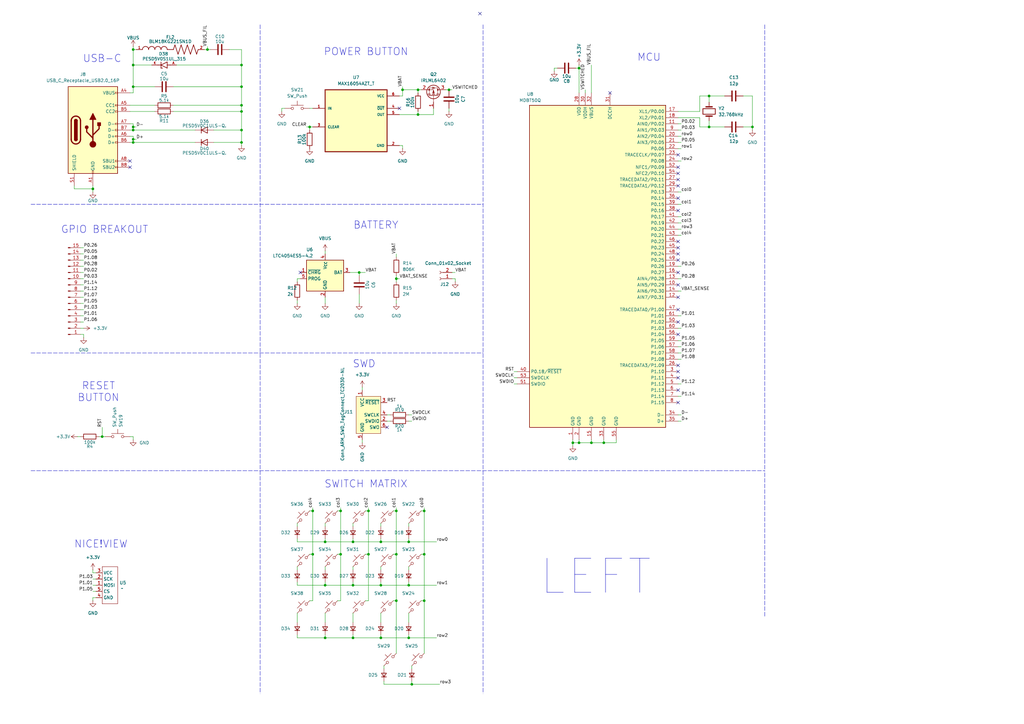
<source format=kicad_sch>
(kicad_sch (version 20231120) (generator "eeschema") (generator_version "8.0")
  (paper "A3")
  (junction (at 156.21 240.03))
  (junction (at 162.56 227.33))
  (junction (at 167.64 261.62))
  (junction (at 99.06 45.72))
  (junction (at 99.06 26.67))
  (junction (at 99.06 53.34))
  (junction (at 162.56 209.55))
  (junction (at 133.35 240.03))
  (junction (at 184.15 36.83))
  (junction (at 38.1 77.47))
  (junction (at 237.49 27.94))
  (junction (at 144.78 240.03))
  (junction (at 290.83 52.07))
  (junction (at 242.57 181.61))
  (junction (at 54.61 52.07))
  (junction (at 133.35 261.62))
  (junction (at 54.61 58.42))
  (junction (at 144.78 261.62))
  (junction (at 139.7 227.33))
  (junction (at 151.13 227.33))
  (junction (at 165.1 36.83))
  (junction (at 234.95 181.61))
  (junction (at 167.64 240.03))
  (junction (at 156.21 222.25))
  (junction (at 156.21 261.62))
  (junction (at 127 52.07))
  (junction (at 54.61 35.56))
  (junction (at 162.56 246.38))
  (junction (at 173.99 227.33))
  (junction (at 133.35 222.25))
  (junction (at 99.06 35.56))
  (junction (at 171.45 36.83))
  (junction (at 171.45 46.99))
  (junction (at 162.56 114.3))
  (junction (at 54.61 20.32))
  (junction (at 139.7 209.55))
  (junction (at 54.61 53.34))
  (junction (at 54.61 26.67))
  (junction (at 54.61 57.15))
  (junction (at 151.13 209.55))
  (junction (at 247.65 181.61))
  (junction (at 290.83 39.37))
  (junction (at 99.06 58.42))
  (junction (at 99.06 43.18))
  (junction (at 173.99 209.55))
  (junction (at 237.49 181.61))
  (junction (at 128.27 209.55))
  (junction (at 147.32 111.76))
  (junction (at 144.78 222.25))
  (junction (at 85.09 20.32))
  (junction (at 173.99 246.38))
  (junction (at 168.91 280.67))
  (junction (at 128.27 227.33))
  (junction (at 308.61 52.07))
  (junction (at 167.64 222.25))
  (junction (at 41.91 179.07))
  (no_connect (at 278.13 137.16))
  (no_connect (at 250.19 38.1))
  (no_connect (at 278.13 154.94))
  (no_connect (at 278.13 81.28))
  (no_connect (at 278.13 101.6))
  (no_connect (at 278.13 106.68))
  (no_connect (at 196.85 5.588))
  (no_connect (at 278.13 71.12))
  (no_connect (at 278.13 63.5))
  (no_connect (at 278.13 76.2))
  (no_connect (at 278.13 68.58))
  (no_connect (at 53.34 68.58))
  (no_connect (at 278.13 86.36))
  (no_connect (at 123.19 111.76))
  (no_connect (at 278.13 121.92))
  (no_connect (at 278.13 116.84))
  (no_connect (at 278.13 160.02))
  (no_connect (at 278.13 127))
  (no_connect (at 278.13 152.4))
  (no_connect (at 278.13 132.08))
  (no_connect (at 278.13 111.76))
  (no_connect (at 278.13 149.86))
  (no_connect (at 278.13 104.14))
  (no_connect (at 278.13 165.1))
  (no_connect (at 53.34 66.04))
  (no_connect (at 278.13 99.06))
  (no_connect (at 158.75 175.26))
  (no_connect (at 163.83 44.45))
  (no_connect (at 278.13 73.66))
  (wire (pts (xy 40.64 179.07) (xy 41.91 179.07)))
  (wire (pts (xy 234.95 181.61) (xy 234.95 182.88)))
  (wire (pts (xy 54.61 20.32) (xy 55.88 20.32)))
  (wire (pts (xy 287.02 52.07) (xy 290.83 52.07)))
  (wire (pts (xy 72.39 26.67) (xy 99.06 26.67)))
  (wire (pts (xy 144.78 220.98) (xy 144.78 222.25)))
  (wire (pts (xy 167.64 172.72) (xy 168.91 172.72)))
  (wire (pts (xy 127 52.07) (xy 128.27 52.07)))
  (wire (pts (xy 172.72 246.38) (xy 173.99 246.38)))
  (wire (pts (xy 186.69 114.3) (xy 186.69 115.57)))
  (wire (pts (xy 168.91 273.05) (xy 168.91 274.32)))
  (wire (pts (xy 210.82 152.4) (xy 212.09 152.4)))
  (wire (pts (xy 149.86 227.33) (xy 151.13 227.33)))
  (wire (pts (xy 138.43 209.55) (xy 139.7 209.55)))
  (wire (pts (xy 133.35 232.41) (xy 133.35 233.68)))
  (wire (pts (xy 85.09 19.05) (xy 85.09 20.32)))
  (wire (pts (xy 304.8 52.07) (xy 308.61 52.07)))
  (wire (pts (xy 167.64 260.35) (xy 167.64 261.62)))
  (wire (pts (xy 167.64 232.41) (xy 167.64 233.68)))
  (wire (pts (xy 54.61 35.56) (xy 54.61 38.1)))
  (wire (pts (xy 54.61 52.07) (xy 55.88 52.07)))
  (wire (pts (xy 184.15 44.45) (xy 184.15 45.72)))
  (polyline (pts (xy 313.69 193.04) (xy 313.69 193.04)) (stroke (width 0) (type dash)))
  (wire (pts (xy 144.78 222.25) (xy 133.35 222.25)))
  (wire (pts (xy 133.35 121.92) (xy 133.35 124.46)))
  (wire (pts (xy 133.35 220.98) (xy 133.35 222.25)))
  (wire (pts (xy 151.13 209.55) (xy 151.13 227.33)))
  (wire (pts (xy 279.4 134.62) (xy 278.13 134.62)))
  (wire (pts (xy 237.49 26.67) (xy 237.49 27.94)))
  (wire (pts (xy 297.18 39.37) (xy 290.83 39.37)))
  (wire (pts (xy 278.13 109.22) (xy 279.4 109.22)))
  (wire (pts (xy 147.32 111.76) (xy 147.32 113.03)))
  (wire (pts (xy 156.21 251.46) (xy 156.21 255.27)))
  (wire (pts (xy 158.75 172.72) (xy 160.02 172.72)))
  (wire (pts (xy 161.29 246.38) (xy 162.56 246.38)))
  (wire (pts (xy 123.19 114.3) (xy 121.92 114.3)))
  (wire (pts (xy 121.92 123.19) (xy 121.92 124.46)))
  (wire (pts (xy 121.92 214.63) (xy 121.92 215.9)))
  (wire (pts (xy 179.07 240.03) (xy 167.64 240.03)))
  (wire (pts (xy 308.61 39.37) (xy 308.61 52.07)))
  (wire (pts (xy 54.61 38.1) (xy 53.34 38.1)))
  (wire (pts (xy 156.21 260.35) (xy 156.21 261.62)))
  (wire (pts (xy 279.4 91.44) (xy 278.13 91.44)))
  (wire (pts (xy 290.83 39.37) (xy 290.83 41.91)))
  (wire (pts (xy 167.64 214.63) (xy 167.64 215.9)))
  (wire (pts (xy 184.15 36.83) (xy 182.88 36.83)))
  (wire (pts (xy 121.92 251.46) (xy 121.92 255.27)))
  (wire (pts (xy 54.61 19.05) (xy 54.61 20.32)))
  (wire (pts (xy 185.42 36.83) (xy 184.15 36.83)))
  (wire (pts (xy 279.4 55.88) (xy 278.13 55.88)))
  (wire (pts (xy 179.07 222.25) (xy 167.64 222.25)))
  (wire (pts (xy 83.82 20.32) (xy 85.09 20.32)))
  (wire (pts (xy 85.09 20.32) (xy 86.36 20.32)))
  (wire (pts (xy 278.13 48.26) (xy 287.02 48.26)))
  (wire (pts (xy 144.78 238.76) (xy 144.78 240.03)))
  (wire (pts (xy 38.1 237.49) (xy 39.37 237.49)))
  (wire (pts (xy 71.12 45.72) (xy 99.06 45.72)))
  (wire (pts (xy 87.63 58.42) (xy 99.06 58.42)))
  (wire (pts (xy 133.35 214.63) (xy 133.35 215.9)))
  (wire (pts (xy 210.82 157.48) (xy 212.09 157.48)))
  (wire (pts (xy 53.34 179.07) (xy 54.61 179.07)))
  (wire (pts (xy 167.64 261.62) (xy 179.07 261.62)))
  (wire (pts (xy 297.18 52.07) (xy 290.83 52.07)))
  (wire (pts (xy 279.4 172.72) (xy 278.13 172.72)))
  (wire (pts (xy 234.95 180.34) (xy 234.95 181.61)))
  (wire (pts (xy 287.02 39.37) (xy 287.02 45.72)))
  (wire (pts (xy 173.99 227.33) (xy 173.99 246.38)))
  (polyline (pts (xy 198.12 10.16) (xy 198.12 284.48)) (stroke (width 0) (type dash)))
  (wire (pts (xy 121.92 261.62) (xy 133.35 261.62)))
  (wire (pts (xy 279.4 142.24) (xy 278.13 142.24)))
  (wire (pts (xy 172.72 36.83) (xy 171.45 36.83)))
  (wire (pts (xy 156.21 214.63) (xy 156.21 215.9)))
  (wire (pts (xy 210.82 154.94) (xy 212.09 154.94)))
  (wire (pts (xy 99.06 58.42) (xy 99.06 59.69)))
  (wire (pts (xy 128.27 209.55) (xy 128.27 227.33)))
  (wire (pts (xy 53.34 45.72) (xy 63.5 45.72)))
  (wire (pts (xy 34.29 132.08) (xy 33.02 132.08)))
  (wire (pts (xy 162.56 113.03) (xy 162.56 114.3)))
  (wire (pts (xy 252.73 181.61) (xy 252.73 180.34)))
  (wire (pts (xy 279.4 139.7) (xy 278.13 139.7)))
  (wire (pts (xy 38.1 242.57) (xy 39.37 242.57)))
  (wire (pts (xy 171.45 45.72) (xy 171.45 46.99)))
  (wire (pts (xy 143.51 111.76) (xy 147.32 111.76)))
  (wire (pts (xy 54.61 52.07) (xy 54.61 53.34)))
  (wire (pts (xy 173.99 209.55) (xy 173.99 227.33)))
  (wire (pts (xy 121.92 238.76) (xy 121.92 240.03)))
  (wire (pts (xy 55.88 57.15) (xy 54.61 57.15)))
  (wire (pts (xy 33.02 179.07) (xy 31.75 179.07)))
  (wire (pts (xy 304.8 39.37) (xy 308.61 39.37)))
  (wire (pts (xy 161.29 209.55) (xy 162.56 209.55)))
  (wire (pts (xy 167.64 222.25) (xy 156.21 222.25)))
  (wire (pts (xy 162.56 209.55) (xy 162.56 227.33)))
  (wire (pts (xy 165.1 59.69) (xy 165.1 60.96)))
  (wire (pts (xy 54.61 35.56) (xy 63.5 35.56)))
  (wire (pts (xy 279.4 60.96) (xy 278.13 60.96)))
  (wire (pts (xy 278.13 50.8) (xy 279.4 50.8)))
  (wire (pts (xy 30.48 76.2) (xy 30.48 77.47)))
  (wire (pts (xy 38.1 233.68) (xy 38.1 234.95)))
  (wire (pts (xy 139.7 209.55) (xy 139.7 227.33)))
  (wire (pts (xy 287.02 39.37) (xy 290.83 39.37)))
  (wire (pts (xy 162.56 114.3) (xy 162.56 115.57)))
  (wire (pts (xy 127 44.45) (xy 128.27 44.45)))
  (polyline (pts (xy 12.7 83.82) (xy 198.12 83.82)) (stroke (width 0) (type dash)))
  (wire (pts (xy 158.75 170.18) (xy 160.02 170.18)))
  (wire (pts (xy 279.4 83.82) (xy 278.13 83.82)))
  (wire (pts (xy 138.43 246.38) (xy 139.7 246.38)))
  (wire (pts (xy 54.61 53.34) (xy 53.34 53.34)))
  (wire (pts (xy 163.83 46.99) (xy 171.45 46.99)))
  (wire (pts (xy 144.78 261.62) (xy 156.21 261.62)))
  (wire (pts (xy 127 246.38) (xy 128.27 246.38)))
  (wire (pts (xy 148.59 158.75) (xy 148.59 160.02)))
  (polyline (pts (xy 12.7 144.78) (xy 198.12 144.78)) (stroke (width 0) (type dash)))
  (wire (pts (xy 54.61 55.88) (xy 54.61 57.15)))
  (wire (pts (xy 279.4 58.42) (xy 278.13 58.42)))
  (wire (pts (xy 165.1 36.83) (xy 171.45 36.83)))
  (wire (pts (xy 279.4 66.04) (xy 278.13 66.04)))
  (wire (pts (xy 149.86 209.55) (xy 151.13 209.55)))
  (polyline (pts (xy 313.69 10.16) (xy 313.69 193.04)) (stroke (width 0) (type dash)))
  (wire (pts (xy 240.03 36.83) (xy 240.03 38.1)))
  (wire (pts (xy 308.61 52.07) (xy 308.61 53.34)))
  (wire (pts (xy 186.69 114.3) (xy 185.42 114.3)))
  (wire (pts (xy 99.06 20.32) (xy 99.06 26.67)))
  (wire (pts (xy 144.78 240.03) (xy 133.35 240.03)))
  (wire (pts (xy 162.56 208.28) (xy 162.56 209.55)))
  (wire (pts (xy 33.02 137.16) (xy 34.29 137.16)))
  (wire (pts (xy 171.45 46.99) (xy 177.8 46.99)))
  (wire (pts (xy 242.57 181.61) (xy 247.65 181.61)))
  (wire (pts (xy 138.43 227.33) (xy 139.7 227.33)))
  (wire (pts (xy 149.86 111.76) (xy 147.32 111.76)))
  (wire (pts (xy 34.29 101.6) (xy 33.02 101.6)))
  (wire (pts (xy 279.4 162.56) (xy 278.13 162.56)))
  (wire (pts (xy 34.29 137.16) (xy 34.29 138.43)))
  (wire (pts (xy 34.29 127) (xy 33.02 127)))
  (wire (pts (xy 177.8 46.99) (xy 177.8 44.45)))
  (wire (pts (xy 133.35 260.35) (xy 133.35 261.62)))
  (wire (pts (xy 247.65 181.61) (xy 252.73 181.61)))
  (wire (pts (xy 278.13 53.34) (xy 279.4 53.34)))
  (wire (pts (xy 99.06 26.67) (xy 99.06 35.56)))
  (wire (pts (xy 71.12 35.56) (xy 99.06 35.56)))
  (wire (pts (xy 127 53.34) (xy 127 52.07)))
  (wire (pts (xy 161.29 227.33) (xy 162.56 227.33)))
  (wire (pts (xy 165.1 39.37) (xy 165.1 36.83)))
  (wire (pts (xy 54.61 50.8) (xy 54.61 52.07)))
  (wire (pts (xy 290.83 52.07) (xy 290.83 49.53)))
  (wire (pts (xy 227.33 27.94) (xy 227.33 29.21)))
  (wire (pts (xy 38.1 77.47) (xy 38.1 78.74)))
  (wire (pts (xy 168.91 280.67) (xy 157.48 280.67)))
  (wire (pts (xy 127 209.55) (xy 128.27 209.55)))
  (wire (pts (xy 242.57 180.34) (xy 242.57 181.61)))
  (wire (pts (xy 54.61 53.34) (xy 80.01 53.34)))
  (wire (pts (xy 186.69 111.76) (xy 185.42 111.76)))
  (wire (pts (xy 156.21 222.25) (xy 144.78 222.25)))
  (wire (pts (xy 38.1 245.11) (xy 39.37 245.11)))
  (wire (pts (xy 278.13 114.3) (xy 279.4 114.3)))
  (wire (pts (xy 147.32 120.65) (xy 147.32 124.46)))
  (wire (pts (xy 165.1 35.56) (xy 165.1 36.83)))
  (polyline (pts (xy 106.68 10.16) (xy 106.68 284.48)) (stroke (width 0) (type dash)))
  (wire (pts (xy 128.27 208.28) (xy 128.27 209.55)))
  (wire (pts (xy 156.21 261.62) (xy 167.64 261.62)))
  (wire (pts (xy 236.22 27.94) (xy 237.49 27.94)))
  (wire (pts (xy 139.7 208.28) (xy 139.7 209.55)))
  (wire (pts (xy 34.29 129.54) (xy 33.02 129.54)))
  (wire (pts (xy 34.29 114.3) (xy 33.02 114.3)))
  (wire (pts (xy 167.64 240.03) (xy 156.21 240.03)))
  (wire (pts (xy 279.4 88.9) (xy 278.13 88.9)))
  (wire (pts (xy 54.61 26.67) (xy 62.23 26.67)))
  (wire (pts (xy 279.4 170.18) (xy 278.13 170.18)))
  (wire (pts (xy 144.78 251.46) (xy 144.78 255.27)))
  (wire (pts (xy 167.64 238.76) (xy 167.64 240.03)))
  (wire (pts (xy 133.35 251.46) (xy 133.35 255.27)))
  (wire (pts (xy 54.61 26.67) (xy 54.61 35.56)))
  (wire (pts (xy 279.4 119.38) (xy 278.13 119.38)))
  (wire (pts (xy 34.29 104.14) (xy 33.02 104.14)))
  (wire (pts (xy 278.13 147.32) (xy 279.4 147.32)))
  (wire (pts (xy 41.91 179.07) (xy 43.18 179.07)))
  (wire (pts (xy 151.13 208.28) (xy 151.13 209.55)))
  (wire (pts (xy 172.72 227.33) (xy 173.99 227.33)))
  (wire (pts (xy 237.49 27.94) (xy 237.49 38.1)))
  (wire (pts (xy 144.78 232.41) (xy 144.78 233.68)))
  (wire (pts (xy 38.1 240.03) (xy 39.37 240.03)))
  (wire (pts (xy 278.13 45.72) (xy 287.02 45.72)))
  (wire (pts (xy 279.4 96.52) (xy 278.13 96.52)))
  (wire (pts (xy 279.4 144.78) (xy 278.13 144.78)))
  (wire (pts (xy 180.34 280.67) (xy 168.91 280.67)))
  (polyline (pts (xy 294.64 193.04) (xy 313.69 193.04)) (stroke (width 0) (type dash)))
  (wire (pts (xy 156.21 238.76) (xy 156.21 240.03)))
  (wire (pts (xy 163.83 59.69) (xy 165.1 59.69)))
  (wire (pts (xy 157.48 273.05) (xy 157.48 274.32)))
  (wire (pts (xy 167.64 170.18) (xy 168.91 170.18)))
  (wire (pts (xy 157.48 279.4) (xy 157.48 280.67)))
  (wire (pts (xy 165.1 39.37) (xy 163.83 39.37)))
  (wire (pts (xy 99.06 45.72) (xy 99.06 53.34)))
  (wire (pts (xy 162.56 227.33) (xy 162.56 246.38)))
  (wire (pts (xy 34.29 109.22) (xy 33.02 109.22)))
  (wire (pts (xy 133.35 261.62) (xy 144.78 261.62)))
  (wire (pts (xy 162.56 246.38) (xy 162.56 267.97)))
  (wire (pts (xy 162.56 104.14) (xy 162.56 105.41)))
  (wire (pts (xy 148.59 180.34) (xy 148.59 181.61)))
  (wire (pts (xy 247.65 180.34) (xy 247.65 181.61)))
  (wire (pts (xy 30.48 77.47) (xy 38.1 77.47)))
  (wire (pts (xy 33.02 134.62) (xy 34.29 134.62)))
  (wire (pts (xy 234.95 181.61) (xy 237.49 181.61)))
  (wire (pts (xy 116.84 44.45) (xy 115.57 44.45)))
  (wire (pts (xy 38.1 245.11) (xy 38.1 246.38)))
  (wire (pts (xy 99.06 43.18) (xy 99.06 45.72)))
  (wire (pts (xy 287.02 48.26) (xy 287.02 52.07)))
  (wire (pts (xy 38.1 234.95) (xy 39.37 234.95)))
  (wire (pts (xy 133.35 102.87) (xy 133.35 104.14)))
  (wire (pts (xy 133.35 238.76) (xy 133.35 240.03)))
  (wire (pts (xy 173.99 246.38) (xy 173.99 267.97)))
  (wire (pts (xy 133.35 222.25) (xy 121.92 222.25)))
  (wire (pts (xy 93.98 20.32) (xy 99.06 20.32)))
  (wire (pts (xy 54.61 58.42) (xy 80.01 58.42)))
  (wire (pts (xy 54.61 57.15) (xy 54.61 58.42)))
  (wire (pts (xy 34.29 111.76) (xy 33.02 111.76)))
  (wire (pts (xy 151.13 227.33) (xy 151.13 246.38)))
  (wire (pts (xy 34.29 121.92) (xy 33.02 121.92)))
  (wire (pts (xy 121.92 232.41) (xy 121.92 233.68)))
  (wire (pts (xy 279.4 157.48) (xy 278.13 157.48)))
  (wire (pts (xy 99.06 35.56) (xy 99.06 43.18)))
  (wire (pts (xy 121.92 220.98) (xy 121.92 222.25)))
  (wire (pts (xy 168.91 279.4) (xy 168.91 280.67)))
  (wire (pts (xy 167.64 251.46) (xy 167.64 255.27)))
  (wire (pts (xy 167.64 220.98) (xy 167.64 222.25)))
  (wire (pts (xy 53.34 55.88) (xy 54.61 55.88)))
  (wire (pts (xy 237.49 180.34) (xy 237.49 181.61)))
  (wire (pts (xy 125.73 52.07) (xy 127 52.07)))
  (wire (pts (xy 121.92 114.3) (xy 121.92 115.57)))
  (wire (pts (xy 54.61 50.8) (xy 53.34 50.8)))
  (wire (pts (xy 54.61 179.07) (xy 54.61 180.34)))
  (wire (pts (xy 144.78 260.35) (xy 144.78 261.62)))
  (wire (pts (xy 172.72 209.55) (xy 173.99 209.55)))
  (wire (pts (xy 279.4 78.74) (xy 278.13 78.74)))
  (wire (pts (xy 54.61 20.32) (xy 54.61 26.67)))
  (wire (pts (xy 99.06 53.34) (xy 99.06 58.42)))
  (wire (pts (xy 279.4 129.54) (xy 278.13 129.54)))
  (wire (pts (xy 237.49 181.61) (xy 242.57 181.61)))
  (wire (pts (xy 156.21 232.41) (xy 156.21 233.68)))
  (wire (pts (xy 71.12 43.18) (xy 99.06 43.18)))
  (wire (pts (xy 53.34 43.18) (xy 63.5 43.18)))
  (wire (pts (xy 278.13 93.98) (xy 279.4 93.98)))
  (wire (pts (xy 149.86 246.38) (xy 151.13 246.38)))
  (wire (pts (xy 121.92 260.35) (xy 121.92 261.62)))
  (wire (pts (xy 34.29 119.38) (xy 33.02 119.38)))
  (wire (pts (xy 139.7 227.33) (xy 139.7 246.38)))
  (wire (pts (xy 173.99 208.28) (xy 173.99 209.55)))
  (wire (pts (xy 53.34 58.42) (xy 54.61 58.42)))
  (wire (pts (xy 34.29 116.84) (xy 33.02 116.84)))
  (wire (pts (xy 133.35 240.03) (xy 121.92 240.03)))
  (wire (pts (xy 144.78 214.63) (xy 144.78 215.9)))
  (wire (pts (xy 128.27 227.33) (xy 128.27 246.38)))
  (wire (pts (xy 227.33 27.94) (xy 228.6 27.94)))
  (wire (pts (xy 242.57 26.67) (xy 242.57 38.1)))
  (polyline (pts (xy 12.7 193.04) (xy 294.64 193.04)) (stroke (width 0) (type dash)))
  (wire (pts (xy 156.21 240.03) (xy 144.78 240.03)))
  (wire (pts (xy 34.29 106.68) (xy 33.02 106.68)))
  (wire (pts (xy 127 227.33) (xy 128.27 227.33)))
  (wire (pts (xy 171.45 36.83) (xy 171.45 38.1)))
  (wire (pts (xy 87.63 53.34) (xy 99.06 53.34)))
  (wire (pts (xy 162.56 123.19) (xy 162.56 124.46)))
  (wire (pts (xy 38.1 76.2) (xy 38.1 77.47)))
  (wire (pts (xy 41.91 175.26) (xy 41.91 179.07)))
  (wire (pts (xy 156.21 220.98) (xy 156.21 222.25)))
  (wire (pts (xy 115.57 44.45) (xy 115.57 45.72)))
  (wire (pts (xy 162.56 114.3) (xy 163.83 114.3)))
  (wire (pts (xy 34.29 124.46) (xy 33.02 124.46)))
  (polyline (pts (xy 313.69 252.73) (xy 313.69 193.04)) (stroke (width 0) (type dash)))
  (text "MCU" (at 266.192 23.622 0) (effects (font (size 3 3))))
  (text "LEFT" (at 244.348 236.728 0) (effects (font (size 14 14))))
  (text "SWITCH MATRIX" (at 150.114 198.628 0) (effects (font (size 3 3))))
  (text "SWD" (at 149.352 149.352 0) (effects (font (size 3 3))))
  (text "USB-C" (at 41.91 24.13 0) (effects (font (size 3 3))))
  (text "NICE!VIEW" (at 41.402 223.266 0) (effects (font (size 3 3))))
  (text "POWER BUTTON" (at 150.114 21.336 0) (effects (font (size 3 3))))
  (text "GPIO BREAKOUT" (at 42.926 94.234 0) (effects (font (size 3 3))))
  (text "RESET\nBUTTON" (at 40.386 160.782 0) (effects (font (size 3 3))))
  (text "BATTERY" (at 154.178 92.456 0) (effects (font (size 3 3))))
  (label "P0.28" (at 34.29 109.22 0))
  (label "col1" (at 279.4 83.82 0))
  (label "P1.01" (at 38.1 240.03 180))
  (label "P1.05" (at 34.29 124.46 0))
  (label "row2" (at 179.07 261.62 0))
  (label "SWDIO" (at 210.82 157.48 180))
  (label "VBAT" (at 149.86 111.76 0))
  (label "VSWITCHED" (at 240.03 36.83 90))
  (label "P1.12" (at 279.4 157.48 0))
  (label "col1" (at 162.56 208.28 90))
  (label "P0.02" (at 279.4 50.8 0))
  (label "P1.01" (at 34.29 129.54 0))
  (label "P1.08" (at 279.4 147.32 0))
  (label "VBAT" (at 186.69 111.76 0))
  (label "P0.05" (at 279.4 58.42 0))
  (label "D+" (at 279.4 172.72 0))
  (label "P1.03" (at 279.4 134.62 0))
  (label "P1.12" (at 34.29 119.38 0))
  (label "VBUS_FIL" (at 85.09 19.05 90))
  (label "VBAT_SENSE" (at 163.83 114.3 0))
  (label "P1.14" (at 34.29 116.84 0))
  (label "VBAT_SENSE" (at 279.4 119.38 0))
  (label "col3" (at 279.4 91.44 0))
  (label "col0" (at 173.99 208.28 90))
  (label "D-" (at 279.4 170.18 0))
  (label "row0" (at 179.07 222.25 0))
  (label "VBAT" (at 165.1 35.56 90))
  (label "col4" (at 128.27 208.28 90))
  (label "P0.05" (at 34.29 104.14 0))
  (label "P1.05" (at 38.1 242.57 180))
  (label "col0" (at 279.4 78.74 0))
  (label "SWDCLK" (at 210.82 154.94 180))
  (label "P1.06" (at 279.4 142.24 0))
  (label "row3" (at 180.34 280.67 0))
  (label "P0.26" (at 279.4 109.22 0))
  (label "D+" (at 55.88 57.15 0))
  (label "P1.08" (at 34.29 106.68 0))
  (label "P1.06" (at 34.29 132.08 0))
  (label "row0" (at 279.4 55.88 0))
  (label "row1" (at 279.4 60.96 0))
  (label "P1.14" (at 279.4 162.56 0))
  (label "P0.03" (at 279.4 53.34 0))
  (label "RST" (at 158.75 165.1 0))
  (label "P1.05" (at 279.4 139.7 0))
  (label "col2" (at 151.13 208.28 90))
  (label "P0.03" (at 34.29 114.3 0))
  (label "P1.07" (at 279.4 144.78 0))
  (label "P1.07" (at 34.29 121.92 0))
  (label "VSWITCHED" (at 185.42 36.83 0))
  (label "D-" (at 55.88 52.07 0))
  (label "RST" (at 210.82 152.4 180))
  (label "P0.28" (at 279.4 114.3 0))
  (label "VBAT" (at 162.56 104.14 90))
  (label "col4" (at 279.4 96.52 0))
  (label "P0.02" (at 34.29 111.76 0))
  (label "P1.01" (at 279.4 129.54 0))
  (label "P1.03" (at 34.29 127 0))
  (label "SWDCLK" (at 168.91 170.18 0))
  (label "row2" (at 279.4 66.04 0))
  (label "row1" (at 179.07 240.03 0))
  (label "VBUS_FIL" (at 242.57 26.67 90))
  (label "RST" (at 41.91 175.26 90))
  (label "P1.03" (at 38.1 237.49 180))
  (label "SWDIO" (at 168.91 172.72 0))
  (label "CLEAR" (at 125.73 52.07 180))
  (label "col2" (at 279.4 88.9 0))
  (label "col3" (at 139.7 208.28 90))
  (label "row3" (at 279.4 93.98 0))
  (label "P0.26" (at 34.29 101.6 0))
  (symbol (lib_id "Device:D_Small") (at 156.21 257.81 270) (mirror x) (unit 1)
    (property "Reference" "D24" (at 153.67 257.8099 90) (effects (justify right)))
    (property "Value" "D_Small" (effects (hide yes)))
    (property "Footprint" "Diode_SMD:Nexperia_CFP3_SOD-123W" (effects (hide yes)))
  )
  (symbol (lib_id "power:+3.3V") (at 148.59 158.75 0) (unit 1)
    (property "Reference" "#PWR041" (effects (hide yes)))
    (property "Value" "+3.3V" (at 148.59 153.67 0))
    (property "Description" "Power symbol creates a global label with name \"+3.3V\"" (effects (hide yes)))
  )
  (symbol (lib_id "Battery_Management:LTC4054ES5-4.2") (at 133.35 111.76 0) (unit 1)
    (property "Reference" "U6" (at 127 102.362 0))
    (property "Value" "LTC4054ES5-4.2" (at 120.142 104.902 0))
    (property "Footprint" "Package_TO_SOT_SMD:TSOT-23-5" (effects (hide yes)))
    (property "Datasheet" "https://www.analog.com/media/en/technical-documentation/data-sheets/405442xf.pdf" (effects (hide yes)))
    (property "Description" "Constant-current/constant-voltage linear charger for single cell lithium-ion batteries with 2.9V Trickle Charge, 4.5V to 6.5V VDD, -40 to +85 degree Celsius, TSOT-23-5" (effects (hide yes)))
  )
  (symbol (lib_id "Switch:SW_Push") (at 121.92 44.45 0) (mirror y) (unit 1)
    (property "Reference" "SW21" (at 121.92 36.83 0))
    (property "Value" "SW_Push" (at 121.92 39.37 0))
    (property "Footprint" "custom-libary:SW_TL6340AF160Q" (effects (hide yes)))
    (property "Description" "Push button switch, generic, two pins" (effects (hide yes)))
  )
  (symbol (lib_id "marbastlib-mx:MX_SW_HS") (at 170.18 229.87 0) (mirror y) (unit 1)
    (property "Reference" "SW23" (at 170.18 225.298 0) (effects (justify left)))
    (property "Value" "MX_SW_HS" (effects (hide yes)))
    (property "Footprint" "custom-libary:Kailh_socket_PG1350" (effects (hide yes)))
  )
  (symbol (lib_id "Device:D_Small") (at 144.78 218.44 270) (mirror x) (unit 1)
    (property "Reference" "D26" (at 143.002 218.4399 90) (effects (justify right)))
    (property "Value" "D_Small" (effects (hide yes)))
    (property "Footprint" "Diode_SMD:Nexperia_CFP3_SOD-123W" (effects (hide yes)))
  )
  (symbol (lib_id "power:GND") (at 133.35 124.46 0) (unit 1)
    (property "Reference" "#PWR039" (effects (hide yes)))
    (property "Value" "GND" (at 133.35 129.54 0))
    (property "Description" "Power symbol creates a global label with name \"GND\" , ground" (effects (hide yes)))
  )
  (symbol (lib_id "Device:D_Small") (at 121.92 257.81 270) (mirror x) (unit 1)
    (property "Reference" "D34" (at 119.126 257.8099 90) (effects (justify right)))
    (property "Value" "D_Small" (effects (hide yes)))
    (property "Footprint" "Diode_SMD:Nexperia_CFP3_SOD-123W" (effects (hide yes)))
  )
  (symbol (lib_id "marbastlib-mx:MX_SW_HS") (at 124.46 212.09 0) (mirror y) (unit 1)
    (property "Reference" "SW36" (at 124.46 206.756 0) (effects (justify left)))
    (property "Value" "MX_SW_HS" (effects (hide yes)))
    (property "Footprint" "custom-libary:Kailh_socket_PG1350" (effects (hide yes)))
  )
  (symbol (lib_id "marbastlib-mx:MX_SW_HS") (at 147.32 248.92 0) (mirror y) (unit 1)
    (property "Reference" "SW32" (at 147.32 243.332 0) (effects (justify left)))
    (property "Value" "MX_SW_HS" (effects (hide yes)))
    (property "Footprint" "custom-libary:Kailh_socket_PG1350" (effects (hide yes)))
  )
  (symbol (lib_id "KLOTZ:MX_SW_HS") (at 170.18 212.09 0) (mirror y) (unit 1)
    (property "Reference" "SW22" (at 170.18 206.756 0) (effects (justify left)))
    (property "Value" "MX_SW_HS" (effects (hide yes)))
    (property "Footprint" "custom-libary:Kailh_socket_PG1350" (effects (hide yes)))
  )
  (symbol (lib_id "Connector:USB_C_Receptacle_USB2.0_16P") (at 38.1 53.34 0) (unit 1)
    (property "Reference" "J8" (at 34.036 30.48 0))
    (property "Value" "USB_C_Receptacle_USB2.0_16P" (at 34.036 33.02 0))
    (property "Footprint" "Connector_USB:USB_C_Receptacle_GCT_USB4105-xx-A_16P_TopMnt_Horizontal" (effects (hide yes)))
    (property "Datasheet" "https://www.usb.org/sites/default/files/documents/usb_type-c.zip" (effects (hide yes)))
    (property "Description" "USB 2.0-only 16P Type-C Receptacle connector" (effects (hide yes)))
  )
  (symbol (lib_id "marbastlib-mx:MX_SW_HS") (at 135.89 212.09 0) (mirror y) (unit 1)
    (property "Reference" "SW33" (at 135.89 206.756 0) (effects (justify left)))
    (property "Value" "MX_SW_HS" (effects (hide yes)))
    (property "Footprint" "custom-libary:Kailh_socket_PG1350" (effects (hide yes)))
  )
  (symbol (lib_id "marbastlib-mx:MX_SW_HS") (at 171.45 270.51 0) (mirror y) (unit 1)
    (property "Reference" "SW25" (at 171.45 264.922 0) (effects (justify left)))
    (property "Value" "MX_SW_HS" (effects (hide yes)))
    (property "Footprint" "custom-libary:Kailh_socket_PG1350" (effects (hide yes)))
  )
  (symbol (lib_id "power:GND") (at 127 60.96 0) (unit 1)
    (property "Reference" "#PWR037" (effects (hide yes)))
    (property "Value" "GND" (at 127 66.04 0))
    (property "Description" "Power symbol creates a global label with name \"GND\" , ground" (effects (hide yes)))
  )
  (symbol (lib_id "Device:D_Small") (at 144.78 236.22 270) (mirror x) (unit 1)
    (property "Reference" "D27" (at 143.002 236.2199 90) (effects (justify right)))
    (property "Value" "D_Small" (effects (hide yes)))
    (property "Footprint" "Diode_SMD:Nexperia_CFP3_SOD-123W" (effects (hide yes)))
  )
  (symbol (lib_id "Device:C") (at 300.99 52.07 270) (unit 1)
    (property "Reference" "C14" (at 300.736 55.626 90))
    (property "Value" "12p" (at 300.99 57.912 90))
    (property "Footprint" "Capacitor_SMD:C_0603_1608Metric_Pad1.08x0.95mm_HandSolder" (effects (hide yes)))
    (property "Description" "Unpolarized capacitor" (effects (hide yes)))
  )
  (symbol (lib_id "Device:R") (at 121.92 119.38 0) (unit 1)
    (property "Reference" "R12" (at 117.856 118.11 0) (effects (justify left)))
    (property "Value" "2k" (at 117.856 120.65 0) (effects (justify left)))
    (property "Footprint" "Resistor_SMD:R_0603_1608Metric_Pad0.98x0.95mm_HandSolder" (effects (hide yes)))
    (property "Description" "Resistor" (effects (hide yes)))
  )
  (symbol (lib_id "Device:D_Small") (at 133.35 218.44 270) (mirror x) (unit 1)
    (property "Reference" "D29" (at 131.064 218.4399 90) (effects (justify right)))
    (property "Value" "D_Small" (effects (hide yes)))
    (property "Footprint" "Diode_SMD:Nexperia_CFP3_SOD-123W" (effects (hide yes)))
  )
  (symbol (lib_id "Connector:Conn_01x15_Pin") (at 27.94 119.38 0) (mirror x) (unit 1)
    (property "Reference" "J7" (effects (hide yes)))
    (property "Value" "Conn_01x15_Pin" (effects (hide yes)))
    (property "Footprint" "Connector_FFC-FPC:Hirose_FH12-15S-0.5SH_1x15-1MP_P0.50mm_Horizontal" (effects (hide yes)))
    (property "Description" "Generic connector, single row, 01x15, script generated" (effects (hide yes)))
  )
  (symbol (lib_id "Connector:Conn_ARM_SWD_TagConnect_TC2030-NL") (at 151.13 170.18 0) (unit 1) (in_bom no)
    (property "Reference" "J11" (at 144.78 168.9099 0) (effects (justify right)))
    (property "Value" "Conn_ARM_SWD_TagConnect_TC2030-NL" (at 140.462 150.622 90) (effects (justify right)))
    (property "Footprint" "Connector:Tag-Connect_TC2030-IDC-NL_2x03_P1.27mm_Vertical" (effects (hide yes)))
    (property "Datasheet" "https://www.tag-connect.com/wp-content/uploads/bsk-pdf-manager/TC2030-CTX_1.pdf" (effects (hide yes)))
    (property "Description" "Tag-Connect ARM Cortex SWD JTAG connector, 6 pin, no legs" (effects (hide yes)))
  )
  (symbol (lib_id "custom-libary:nice!view") (at 39.37 264.16 0) (unit 1)
    (property "Reference" "U5" (at 49.022 239.014 0) (effects (justify left)))
    (property "Value" "~" (at 49.53 241.3 0) (effects (justify left)))
    (property "Footprint" "custom-libary:nice!view" (effects (hide yes)))
  )
  (symbol (lib_id "marbastlib-mx:MX_SW_HS") (at 147.32 212.09 0) (mirror y) (unit 1)
    (property "Reference" "SW30" (at 147.32 206.756 0) (effects (justify left)))
    (property "Value" "MX_SW_HS" (effects (hide yes)))
    (property "Footprint" "custom-libary:Kailh_socket_PG1350" (effects (hide yes)))
  )
  (symbol (lib_id "marbastlib-mx:MX_SW_HS") (at 170.18 248.92 0) (mirror y) (unit 1)
    (property "Reference" "SW24" (at 170.18 243.332 0) (effects (justify left)))
    (property "Value" "MX_SW_HS" (effects (hide yes)))
    (property "Footprint" "custom-libary:Kailh_socket_PG1350" (effects (hide yes)))
  )
  (symbol (lib_id "Transistor_FET:IRLML6402") (at 177.8 39.37 270) (mirror x) (unit 1)
    (property "Reference" "Q2" (at 177.8 30.48 90))
    (property "Value" "IRLML6402" (at 177.8 33.02 90))
    (property "Footprint" "Package_TO_SOT_SMD:SOT-23" (effects (hide yes)))
    (property "Datasheet" "https://www.infineon.com/dgdl/irlml6402pbf.pdf?fileId=5546d462533600a401535668d5c2263c" (effects (hide yes)))
    (property "Description" "-3.7A Id, -20V Vds, 65mOhm Rds, P-Channel HEXFET Power MOSFET, SOT-23" (effects (hide yes)))
  )
  (symbol (lib_id "custom-libary:MAX16054AZT_T") (at 146.05 49.53 0) (unit 1)
    (property "Reference" "U7" (at 146.05 31.75 0))
    (property "Value" "MAX16054AZT_T" (at 146.05 34.29 0))
    (property "Footprint" "custom-libary:SOT95P275X110-6N" (effects (hide yes)))
    (property "MF" "Analog Devices" (effects (hide yes)))
    (property "Description_1" "\n                        \n                            On/Off Controller with Debounce and ±15kV ESD Protection\n                        \n" (effects (hide yes)))
    (property "Package" "SOT-23-6 Maxim" (effects (hide yes)))
    (property "Price" "None" (effects (hide yes)))
    (property "SnapEDA_Link" "https://www.snapeda.com/parts/MAX16054AZT+T/Analog+Devices/view-part/?ref=snap" (effects (hide yes)))
    (property "MP" "MAX16054AZT+T" (effects (hide yes)))
    (property "Availability" "In Stock" (effects (hide yes)))
    (property "Check_prices" "https://www.snapeda.com/parts/MAX16054AZT+T/Analog+Devices/view-part/?ref=eda" (effects (hide yes)))
  )
  (symbol (lib_id "power:GND") (at 234.95 182.88 0) (unit 1)
    (property "Reference" "#PWR048" (effects (hide yes)))
    (property "Value" "GND" (at 234.95 187.96 0))
    (property "Description" "Power symbol creates a global label with name \"GND\" , ground" (effects (hide yes)))
  )
  (symbol (lib_id "Device:R") (at 162.56 119.38 0) (unit 1)
    (property "Reference" "R15" (at 165.1 118.1099 0) (effects (justify left)))
    (property "Value" "2M" (at 165.1 120.6499 0) (effects (justify left)))
    (property "Footprint" "Resistor_SMD:R_0603_1608Metric_Pad0.98x0.95mm_HandSolder" (effects (hide yes)))
    (property "Description" "Resistor" (effects (hide yes)))
  )
  (symbol (lib_id "custom-libary:BLM18KG221SN1D") (at 71.12 20.32 0) (unit 1)
    (property "Reference" "FL2" (at 69.85 15.24 0))
    (property "Value" "BLM18KG221SN1D" (at 69.85 17.018 0))
    (property "Footprint" "custom-libary:BEADC1608X95N" (effects (hide yes)))
    (property "MF" "Murata Electronics" (effects (hide yes)))
    (property "Description_1" "\n                        \n                            220 Ohms @ 100 MHz 1 Power Line Ferrite Bead 0603 (1608 Metric) 2.2A 50mOhm\n                        \n" (effects (hide yes)))
    (property "Package" "1608 Murata" (effects (hide yes)))
    (property "Price" "None" (effects (hide yes)))
    (property "SnapEDA_Link" "https://www.snapeda.com/parts/BLM18KG221SN1D/Murata/view-part/?ref=snap" (effects (hide yes)))
    (property "MP" "BLM18KG221SN1D" (effects (hide yes)))
    (property "Availability" "In Stock" (effects (hide yes)))
    (property "Check_prices" "https://www.snapeda.com/parts/BLM18KG221SN1D/Murata/view-part/?ref=eda" (effects (hide yes)))
  )
  (symbol (lib_id "Device:R") (at 67.31 43.18 90) (unit 1)
    (property "Reference" "R5" (at 67.31 39.37 90))
    (property "Value" "5.1k" (at 67.31 41.148 90))
    (property "Footprint" "Resistor_SMD:R_0603_1608Metric_Pad0.98x0.95mm_HandSolder" (effects (hide yes)))
    (property "Description" "Resistor" (effects (hide yes)))
  )
  (symbol (lib_id "power:GND") (at 54.61 180.34 0) (unit 1)
    (property "Reference" "#PWR033" (effects (hide yes)))
    (property "Value" "GND" (at 57.15 181.6099 0) (effects (justify left)))
    (property "Description" "Power symbol creates a global label with name \"GND\" , ground" (effects (hide yes)))
  )
  (symbol (lib_id "Device:D_Small") (at 167.64 218.44 270) (mirror x) (unit 1)
    (property "Reference" "D18" (at 165.608 218.4399 90) (effects (justify right)))
    (property "Value" "D_Small" (effects (hide yes)))
    (property "Footprint" "Diode_SMD:Nexperia_CFP3_SOD-123W" (effects (hide yes)))
  )
  (symbol (lib_id "power:+3.3V") (at 34.29 134.62 270) (unit 1)
    (property "Reference" "#PWR027" (effects (hide yes)))
    (property "Value" "+3.3V" (at 38.1 134.6199 90) (effects (justify left)))
    (property "Description" "Power symbol creates a global label with name \"+3.3V\"" (effects (hide yes)))
  )
  (symbol (lib_id "Connector:Conn_01x02_Socket") (at 180.34 114.3 180) (unit 1)
    (property "Reference" "J12" (at 184.15 116.586 0) (effects (justify left)))
    (property "Value" "Conn_01x02_Socket" (at 193.294 107.95 0) (effects (justify left)))
    (property "Footprint" "custom-libary:Battery_solder_pads" (effects (hide yes)))
    (property "Description" "Generic connector, single row, 01x02, script generated" (effects (hide yes)))
  )
  (symbol (lib_id "Device:Crystal") (at 290.83 45.72 90) (unit 1)
    (property "Reference" "Y2" (at 294.64 44.4499 90) (effects (justify right)))
    (property "Value" "32.768kHz" (at 294.64 46.9899 90) (effects (justify right)))
    (property "Footprint" "custom-libary:FC2012SN32768K90NNA0KC0" (effects (hide yes)))
    (property "Description" "Two pin crystal" (effects (hide yes)))
  )
  (symbol (lib_id "power:GND") (at 38.1 78.74 0) (unit 1)
    (property "Reference" "#PWR029" (effects (hide yes)))
    (property "Value" "GND" (at 38.1 82.296 0))
    (property "Description" "Power symbol creates a global label with name \"GND\" , ground" (effects (hide yes)))
  )
  (symbol (lib_id "power:GND") (at 308.61 53.34 0) (unit 1)
    (property "Reference" "#PWR025" (effects (hide yes)))
    (property "Value" "GND" (at 308.61 58.42 0))
    (property "Description" "Power symbol creates a global label with name \"GND\" , ground" (effects (hide yes)))
  )
  (symbol (lib_id "Device:D_Small") (at 167.64 236.22 270) (mirror x) (unit 1)
    (property "Reference" "D19" (at 165.608 236.2199 90) (effects (justify right)))
    (property "Value" "D_Small" (effects (hide yes)))
    (property "Footprint" "Diode_SMD:Nexperia_CFP3_SOD-123W" (effects (hide yes)))
  )
  (symbol (lib_id "Device:R") (at 171.45 41.91 180) (unit 1)
    (property "Reference" "R16" (at 167.386 41.91 90))
    (property "Value" "100k" (at 169.164 41.91 90))
    (property "Footprint" "Resistor_SMD:R_0603_1608Metric_Pad0.98x0.95mm_HandSolder" (effects (hide yes)))
    (property "Description" "Resistor" (effects (hide yes)))
  )
  (symbol (lib_id "Device:R") (at 163.83 172.72 270) (unit 1)
    (property "Reference" "R20" (at 163.83 174.752 90))
    (property "Value" "1k" (at 163.83 176.276 90))
    (property "Footprint" "Resistor_SMD:R_0603_1608Metric_Pad0.98x0.95mm_HandSolder" (effects (hide yes)))
    (property "Description" "Resistor" (effects (hide yes)))
  )
  (symbol (lib_id "KLOTZ:MX_SW_HS") (at 158.75 212.09 0) (mirror y) (unit 1)
    (property "Reference" "SW26" (at 158.75 206.756 0) (effects (justify left)))
    (property "Value" "MX_SW_HS" (effects (hide yes)))
    (property "Footprint" "custom-libary:Kailh_socket_PG1350" (effects (hide yes)))
  )
  (symbol (lib_id "marbastlib-mx:MX_SW_HS") (at 158.75 229.87 0) (mirror y) (unit 1)
    (property "Reference" "SW27" (at 158.75 225.298 0) (effects (justify left)))
    (property "Value" "MX_SW_HS" (effects (hide yes)))
    (property "Footprint" "custom-libary:Kailh_socket_PG1350" (effects (hide yes)))
  )
  (symbol (lib_id "power:GND") (at 227.33 29.21 0) (unit 1)
    (property "Reference" "#PWR047" (effects (hide yes)))
    (property "Value" "GND" (at 227.33 32.766 0))
    (property "Description" "Power symbol creates a global label with name \"GND\" , ground" (effects (hide yes)))
  )
  (symbol (lib_id "Device:C") (at 147.32 116.84 0) (unit 1)
    (property "Reference" "C6" (at 153.162 116.84 90))
    (property "Value" "10u" (at 150.622 116.84 90))
    (property "Footprint" "Capacitor_SMD:C_0603_1608Metric_Pad1.08x0.95mm_HandSolder" (effects (hide yes)))
    (property "Description" "Unpolarized capacitor" (effects (hide yes)))
  )
  (symbol (lib_id "Device:R") (at 127 57.15 180) (unit 1)
    (property "Reference" "R13" (at 122.936 57.15 90))
    (property "Value" "100k" (at 124.714 57.15 90))
    (property "Footprint" "Resistor_SMD:R_0603_1608Metric_Pad0.98x0.95mm_HandSolder" (effects (hide yes)))
    (property "Description" "Resistor" (effects (hide yes)))
  )
  (symbol (lib_id "Device:C") (at 67.31 35.56 90) (unit 1)
    (property "Reference" "C5" (at 67.31 30.226 90))
    (property "Value" "10u" (at 67.31 32.258 90))
    (property "Footprint" "Capacitor_SMD:C_0603_1608Metric_Pad1.08x0.95mm_HandSolder" (effects (hide yes)))
    (property "Description" "Unpolarized capacitor" (effects (hide yes)))
  )
  (symbol (lib_id "Device:D_Small") (at 167.64 257.81 270) (mirror x) (unit 1)
    (property "Reference" "D20" (at 165.608 257.8099 90) (effects (justify right)))
    (property "Value" "D_Small" (effects (hide yes)))
    (property "Footprint" "Diode_SMD:Nexperia_CFP3_SOD-123W" (effects (hide yes)))
  )
  (symbol (lib_id "Device:R") (at 162.56 109.22 0) (unit 1)
    (property "Reference" "R14" (at 165.1 107.9499 0) (effects (justify left)))
    (property "Value" "806K" (at 165.1 110.4899 0) (effects (justify left)))
    (property "Footprint" "Resistor_SMD:R_0603_1608Metric_Pad0.98x0.95mm_HandSolder" (effects (hide yes)))
    (property "Description" "Resistor" (effects (hide yes)))
  )
  (symbol (lib_id "power:GND") (at 162.56 124.46 0) (unit 1)
    (property "Reference" "#PWR043" (effects (hide yes)))
    (property "Value" "GND" (at 162.56 129.54 0))
    (property "Description" "Power symbol creates a global label with name \"GND\" , ground" (effects (hide yes)))
  )
  (symbol (lib_id "power:GND") (at 147.32 124.46 0) (unit 1)
    (property "Reference" "#PWR040" (effects (hide yes)))
    (property "Value" "GND" (at 147.32 129.54 0))
    (property "Description" "Power symbol creates a global label with name \"GND\" , ground" (effects (hide yes)))
  )
  (symbol (lib_id "marbastlib-mx:MX_SW_HS") (at 124.46 229.87 0) (mirror y) (unit 1)
    (property "Reference" "SW37" (at 124.46 225.298 0) (effects (justify left)))
    (property "Value" "MX_SW_HS" (effects (hide yes)))
    (property "Footprint" "custom-libary:Kailh_socket_PG1350" (effects (hide yes)))
  )
  (symbol (lib_id "Device:D_Small") (at 144.78 257.81 270) (mirror x) (unit 1)
    (property "Reference" "D28" (at 143.002 257.8099 90) (effects (justify right)))
    (property "Value" "D_Small" (effects (hide yes)))
    (property "Footprint" "Diode_SMD:Nexperia_CFP3_SOD-123W" (effects (hide yes)))
  )
  (symbol (lib_id "marbastlib-mx:MX_SW_HS") (at 135.89 248.92 0) (mirror y) (unit 1)
    (property "Reference" "SW35" (at 135.89 243.332 0) (effects (justify left)))
    (property "Value" "MX_SW_HS" (effects (hide yes)))
    (property "Footprint" "custom-libary:Kailh_socket_PG1350" (effects (hide yes)))
  )
  (symbol (lib_id "power:GND") (at 121.92 124.46 0) (unit 1)
    (property "Reference" "#PWR036" (effects (hide yes)))
    (property "Value" "GND" (at 121.92 129.54 0))
    (property "Description" "Power symbol creates a global label with name \"GND\" , ground" (effects (hide yes)))
  )
  (symbol (lib_id "Device:C") (at 300.99 39.37 270) (unit 1)
    (property "Reference" "C13" (at 300.99 31.75 90))
    (property "Value" "12p" (at 300.99 34.29 90))
    (property "Footprint" "Capacitor_SMD:C_0603_1608Metric_Pad1.08x0.95mm_HandSolder" (effects (hide yes)))
    (property "Description" "Unpolarized capacitor" (effects (hide yes)))
  )
  (symbol (lib_id "Device:D_Small") (at 168.91 276.86 270) (mirror x) (unit 1)
    (property "Reference" "D21" (at 166.878 276.8599 90) (effects (justify right)))
    (property "Value" "D_Small" (effects (hide yes)))
    (property "Footprint" "Diode_SMD:Nexperia_CFP3_SOD-123W" (effects (hide yes)))
  )
  (symbol (lib_id "power:GND") (at 115.57 45.72 0) (unit 1)
    (property "Reference" "#PWR035" (effects (hide yes)))
    (property "Value" "GND" (at 115.57 50.8 0))
    (property "Description" "Power symbol creates a global label with name \"GND\" , ground" (effects (hide yes)))
  )
  (symbol (lib_id "power:GND") (at 184.15 45.72 0) (unit 1)
    (property "Reference" "#PWR045" (effects (hide yes)))
    (property "Value" "GND" (at 184.15 50.8 0))
    (property "Description" "Power symbol creates a global label with name \"GND\" , ground" (effects (hide yes)))
  )
  (symbol (lib_id "power:GND") (at 148.59 181.61 0) (unit 1)
    (property "Reference" "#PWR042" (effects (hide yes)))
    (property "Value" "GND" (at 148.5899 185.42 90) (effects (justify right)))
    (property "Description" "Power symbol creates a global label with name \"GND\" , ground" (effects (hide yes)))
  )
  (symbol (lib_id "power:+3.3V") (at 237.49 26.67 0) (unit 1)
    (property "Reference" "#PWR049" (effects (hide yes)))
    (property "Value" "+3.3V" (at 237.49 20.828 90))
    (property "Description" "Power symbol creates a global label with name \"+3.3V\"" (effects (hide yes)))
  )
  (symbol (lib_id "power:GND") (at 38.1 246.38 0) (unit 1)
    (property "Reference" "#PWR031" (effects (hide yes)))
    (property "Value" "GND" (at 38.1 251.46 0))
    (property "Description" "Power symbol creates a global label with name \"GND\" , ground" (effects (hide yes)))
  )
  (symbol (lib_id "marbastlib-mx:MX_SW_HS") (at 147.32 229.87 0) (mirror y) (unit 1)
    (property "Reference" "SW31" (at 147.32 225.298 0) (effects (justify left)))
    (property "Value" "MX_SW_HS" (effects (hide yes)))
    (property "Footprint" "custom-libary:Kailh_socket_PG1350" (effects (hide yes)))
  )
  (symbol (lib_id "power:GND") (at 165.1 60.96 0) (unit 1)
    (property "Reference" "#PWR044" (effects (hide yes)))
    (property "Value" "GND" (at 165.1 66.04 0))
    (property "Description" "Power symbol creates a global label with name \"GND\" , ground" (effects (hide yes)))
  )
  (symbol (lib_id "power:+3.3V") (at 31.75 179.07 90) (unit 1)
    (property "Reference" "#PWR026" (effects (hide yes)))
    (property "Value" "+3.3V" (at 25.908 179.07 90))
    (property "Description" "Power symbol creates a global label with name \"+3.3V\"" (effects (hide yes)))
  )
  (symbol (lib_id "Switch:SW_Push") (at 48.26 179.07 0) (mirror y) (unit 1)
    (property "Reference" "SW19" (at 49.5301 175.26 90) (effects (justify left)))
    (property "Value" "SW_Push" (at 46.9901 175.26 90) (effects (justify left)))
    (property "Footprint" "custom-libary:SW_TL6340AF160Q" (effects (hide yes)))
    (property "Description" "Push button switch, generic, two pins" (effects (hide yes)))
  )
  (symbol (lib_id "Device:R") (at 163.83 170.18 90) (unit 1)
    (property "Reference" "R19" (at 163.83 168.148 90))
    (property "Value" "1k" (at 163.83 166.624 90))
    (property "Footprint" "Resistor_SMD:R_0603_1608Metric_Pad0.98x0.95mm_HandSolder" (effects (hide yes)))
    (property "Description" "Resistor" (effects (hide yes)))
  )
  (symbol (lib_id "Device:R") (at 36.83 179.07 270) (unit 1)
    (property "Reference" "R4" (at 36.83 183.134 90))
    (property "Value" "100k" (at 36.83 181.356 90))
    (property "Footprint" "Resistor_SMD:R_0603_1608Metric_Pad0.98x0.95mm_HandSolder" (effects (hide yes)))
    (property "Description" "Resistor" (effects (hide yes)))
  )
  (symbol (lib_id "Device:D") (at 83.82 53.34 0) (unit 1)
    (property "Reference" "D36" (at 83.82 49.784 0))
    (property "Value" "PESD5V0C1ULS-Q." (at 83.82 51.562 0))
    (property "Footprint" "Diode_SMD:D_SOD-882D" (effects (hide yes)))
    (property "Description" "Diode" (effects (hide yes)))
    (property "Sim.Device" "D" (effects (hide yes)))
    (property "Sim.Pins" "1=K 2=A" (effects (hide yes)))
  )
  (symbol (lib_id "Device:C") (at 184.15 40.64 0) (unit 1)
    (property "Reference" "C7" (at 189.992 40.64 90))
    (property "Value" "10u" (at 187.452 40.64 90))
    (property "Footprint" "Capacitor_SMD:C_0603_1608Metric_Pad1.08x0.95mm_HandSolder" (effects (hide yes)))
    (property "Description" "Unpolarized capacitor" (effects (hide yes)))
  )
  (symbol (lib_id "custom-libary:PESD5V0S1UL_315") (at 67.31 26.67 180) (unit 1)
    (property "Reference" "D38" (at 67.056 22.098 0))
    (property "Value" "PESD5V0S1UL_315" (at 67.31 24.13 0))
    (property "Footprint" "custom-libary:DIO_PESD5V0S1UL_315" (effects (hide yes)))
    (property "MF" "Nexperia USA" (effects (hide yes)))
    (property "Description_1" "\n                        \n                            20V Clamp 15A (8/20µs) Ipp Tvs Diode Surface Mount DFN1006-2\n                        \n" (effects (hide yes)))
    (property "Package" "DFN1006-2-2 Nexperia USA Inc." (effects (hide yes)))
    (property "Price" "None" (effects (hide yes)))
    (property "Check_prices" "https://www.snapeda.com/parts/PESD5V0S1UL,315/Nexperia/view-part/?ref=eda" (effects (hide yes)))
    (property "SnapEDA_Link" "https://www.snapeda.com/parts/PESD5V0S1UL,315/Nexperia/view-part/?ref=snap" (effects (hide yes)))
    (property "MP" "PESD5V0S1UL,315" (effects (hide yes)))
    (property "Availability" "In Stock" (effects (hide yes)))
    (property "Purchase-URL" "https://pricing.snapeda.com/search/part/PESD5V0S1UL,315/?ref=eda" (effects (hide yes)))
  )
  (symbol (lib_id "Device:D_Small") (at 121.92 236.22 270) (mirror x) (unit 1)
    (property "Reference" "D33" (at 119.126 236.2199 90) (effects (justify right)))
    (property "Value" "D_Small" (effects (hide yes)))
    (property "Footprint" "Diode_SMD:Nexperia_CFP3_SOD-123W" (effects (hide yes)))
  )
  (symbol (lib_id "Device:C") (at 232.41 27.94 270) (unit 1)
    (property "Reference" "C8" (at 232.41 33.274 90))
    (property "Value" "10u" (at 232.41 31.242 90))
    (property "Footprint" "Capacitor_SMD:C_0603_1608Metric_Pad1.08x0.95mm_HandSolder" (effects (hide yes)))
    (property "Description" "Unpolarized capacitor" (effects (hide yes)))
  )
  (symbol (lib_id "power:VBUS") (at 54.61 19.05 0) (unit 1)
    (property "Reference" "#PWR032" (effects (hide yes)))
    (property "Value" "VBUS" (at 54.61 15.494 0))
    (property "Description" "Power symbol creates a global label with name \"VBUS\"" (effects (hide yes)))
  )
  (symbol (lib_id "power:GND") (at 186.69 115.57 0) (unit 1)
    (property "Reference" "#PWR046" (effects (hide yes)))
    (property "Value" "GND" (at 186.69 120.65 0))
    (property "Description" "Power symbol creates a global label with name \"GND\" , ground" (effects (hide yes)))
  )
  (symbol (lib_id "Device:D_Small") (at 121.92 218.44 270) (mirror x) (unit 1)
    (property "Reference" "D32" (at 119.126 218.4399 90) (effects (justify right)))
    (property "Value" "D_Small" (effects (hide yes)))
    (property "Footprint" "Diode_SMD:Nexperia_CFP3_SOD-123W" (effects (hide yes)))
  )
  (symbol (lib_id "marbastlib-mx:MX_SW_HS") (at 158.75 248.92 0) (mirror y) (unit 1)
    (property "Reference" "SW28" (at 158.75 243.332 0) (effects (justify left)))
    (property "Value" "MX_SW_HS" (effects (hide yes)))
    (property "Footprint" "custom-libary:Kailh_socket_PG1350" (effects (hide yes)))
  )
  (symbol (lib_id "Device:D") (at 83.82 58.42 0) (unit 1)
    (property "Reference" "D40" (at 83.82 60.96 0))
    (property "Value" "PESD5V0C1ULS-Q." (at 83.82 62.738 0))
    (property "Footprint" "Diode_SMD:D_SOD-882D" (effects (hide yes)))
    (property "Description" "Diode" (effects (hide yes)))
    (property "Sim.Device" "D" (effects (hide yes)))
    (property "Sim.Pins" "1=K 2=A" (effects (hide yes)))
  )
  (symbol (lib_id "marbastlib-mx:MX_SW_HS") (at 135.89 229.87 0) (mirror y) (unit 1)
    (property "Reference" "SW34" (at 135.89 225.298 0) (effects (justify left)))
    (property "Value" "MX_SW_HS" (effects (hide yes)))
    (property "Footprint" "custom-libary:Kailh_socket_PG1350" (effects (hide yes)))
  )
  (symbol (lib_id "power:GND") (at 34.29 138.43 0) (unit 1)
    (property "Reference" "#PWR028" (effects (hide yes)))
    (property "Value" "GND" (at 34.29 143.51 0))
    (property "Description" "Power symbol creates a global label with name \"GND\" , ground" (effects (hide yes)))
  )
  (symbol (lib_id "Device:D_Small") (at 156.21 236.22 270) (mirror x) (unit 1)
    (property "Reference" "D23" (at 153.67 236.2199 90) (effects (justify right)))
    (property "Value" "D_Small" (effects (hide yes)))
    (property "Footprint" "Diode_SMD:Nexperia_CFP3_SOD-123W" (effects (hide yes)))
  )
  (symbol (lib_id "power:VBUS") (at 133.35 102.87 0) (unit 1)
    (property "Reference" "#PWR038" (effects (hide yes)))
    (property "Value" "VBUS" (at 133.35 97.79 0))
    (property "Description" "Power symbol creates a global label with name \"VBUS\"" (effects (hide yes)))
  )
  (symbol (lib_id "power:+3.3V") (at 38.1 233.68 0) (unit 1)
    (property "Reference" "#PWR030" (effects (hide yes)))
    (property "Value" "+3.3V" (at 38.1 228.6 0))
    (property "Description" "Power symbol creates a global label with name \"+3.3V\"" (effects (hide yes)))
  )
  (symbol (lib_id "Device:C") (at 90.17 20.32 90) (unit 1)
    (property "Reference" "C10" (at 90.17 14.986 90))
    (property "Value" "10u" (at 90.17 17.018 90))
    (property "Footprint" "Capacitor_SMD:C_0603_1608Metric_Pad1.08x0.95mm_HandSolder" (effects (hide yes)))
    (property "Description" "Unpolarized capacitor" (effects (hide yes)))
  )
  (symbol (lib_id "power:GND") (at 99.06 59.69 0) (unit 1)
    (property "Reference" "#PWR052" (effects (hide yes)))
    (property "Value" "GND" (at 99.06 64.77 0))
    (property "Description" "Power symbol creates a global label with name \"GND\" , ground" (effects (hide yes)))
  )
  (symbol (lib_id "Device:D_Small") (at 157.48 276.86 270) (mirror x) (unit 1)
    (property "Reference" "D25" (at 154.94 276.8599 90) (effects (justify right)))
    (property "Value" "D_Small" (effects (hide yes)))
    (property "Footprint" "Diode_SMD:Nexperia_CFP3_SOD-123W" (effects (hide yes)))
  )
  (symbol (lib_id "Device:R") (at 67.31 45.72 90) (unit 1)
    (property "Reference" "R11" (at 67.31 49.53 90))
    (property "Value" "5.1k" (at 67.31 47.752 90))
    (property "Footprint" "Resistor_SMD:R_0603_1608Metric_Pad0.98x0.95mm_HandSolder" (effects (hide yes)))
    (property "Description" "Resistor" (effects (hide yes)))
  )
  (symbol (lib_id "custom-libary:MDBT50Q") (at 245.11 109.22 0) (unit 1)
    (property "Reference" "U8" (at 217.424 38.608 0))
    (property "Value" "MDBT50Q" (at 217.424 41.148 0))
    (property "Footprint" "custom-libary:MDBT50Q-1MV2" (effects (hide yes)))
  )
  (symbol (lib_id "Device:D_Small") (at 156.21 218.44 270) (mirror x) (unit 1)
    (property "Reference" "D22" (at 153.67 218.4399 90) (effects (justify right)))
    (property "Value" "D_Small" (effects (hide yes)))
    (property "Footprint" "Diode_SMD:Nexperia_CFP3_SOD-123W" (effects (hide yes)))
  )
  (symbol (lib_id "marbastlib-mx:MX_SW_HS") (at 124.46 248.92 0) (mirror y) (unit 1)
    (property "Reference" "SW38" (at 124.46 243.332 0) (effects (justify left)))
    (property "Value" "MX_SW_HS" (effects (hide yes)))
    (property "Footprint" "custom-libary:Kailh_socket_PG1350" (effects (hide yes)))
  )
  (symbol (lib_id "Device:D_Small") (at 133.35 236.22 270) (mirror x) (unit 1)
    (property "Reference" "D30" (at 131.064 236.2199 90) (effects (justify right)))
    (property "Value" "D_Small" (effects (hide yes)))
    (property "Footprint" "Diode_SMD:Nexperia_CFP3_SOD-123W" (effects (hide yes)))
  )
  (symbol (lib_id "marbastlib-mx:MX_SW_HS") (at 160.02 270.51 0) (mirror y) (unit 1)
    (property "Reference" "SW29" (at 160.02 264.922 0) (effects (justify left)))
    (property "Value" "MX_SW_HS" (effects (hide yes)))
    (property "Footprint" "custom-libary:Kailh_socket_PG1350" (effects (hide yes)))
  )
  (symbol (lib_id "Device:D_Small") (at 133.35 257.81 270) (mirror x) (unit 1)
    (property "Reference" "D31" (at 131.064 257.8099 90) (effects (justify right)))
    (property "Value" "D_Small" (effects (hide yes)))
    (property "Footprint" "Diode_SMD:Nexperia_CFP3_SOD-123W" (effects (hide yes)))
  )
)
</source>
